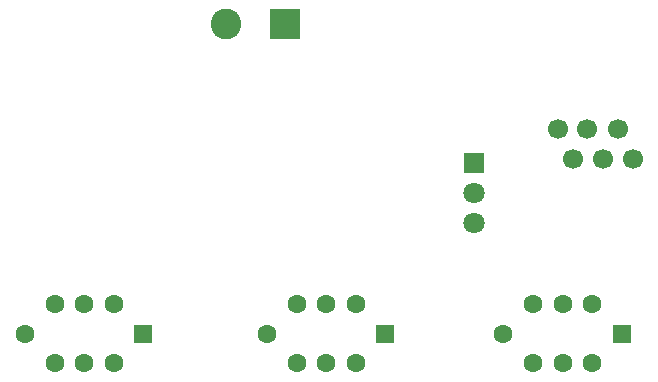
<source format=gbr>
%TF.GenerationSoftware,KiCad,Pcbnew,(5.1.9-0-10_14)*%
%TF.CreationDate,2021-07-01T16:44:21-07:00*%
%TF.ProjectId,vantroller_v5_switch,76616e74-726f-46c6-9c65-725f76355f73,rev?*%
%TF.SameCoordinates,Original*%
%TF.FileFunction,Soldermask,Bot*%
%TF.FilePolarity,Negative*%
%FSLAX46Y46*%
G04 Gerber Fmt 4.6, Leading zero omitted, Abs format (unit mm)*
G04 Created by KiCad (PCBNEW (5.1.9-0-10_14)) date 2021-07-01 16:44:21*
%MOMM*%
%LPD*%
G01*
G04 APERTURE LIST*
%ADD10C,1.800000*%
%ADD11R,1.800000X1.800000*%
%ADD12C,1.600000*%
%ADD13R,1.600000X1.600000*%
%ADD14C,1.700000*%
%ADD15C,2.600000*%
%ADD16R,2.600000X2.600000*%
G04 APERTURE END LIST*
D10*
%TO.C,U1*%
X63500000Y-123080000D03*
X63500000Y-120540000D03*
D11*
X63500000Y-118000000D03*
%TD*%
D12*
%TO.C,S3*%
X73500000Y-130000000D03*
X71000000Y-130000000D03*
X68500000Y-130000000D03*
X73500000Y-135000000D03*
X71000000Y-135000000D03*
X68500000Y-135000000D03*
D13*
X76000000Y-132500000D03*
D12*
X66000000Y-132500000D03*
%TD*%
%TO.C,S2*%
X53500000Y-130000000D03*
X51000000Y-130000000D03*
X48500000Y-130000000D03*
X53500000Y-135000000D03*
X51000000Y-135000000D03*
X48500000Y-135000000D03*
D13*
X56000000Y-132500000D03*
D12*
X46000000Y-132500000D03*
%TD*%
%TO.C,S1*%
X33000000Y-130000000D03*
X30500000Y-130000000D03*
X28000000Y-130000000D03*
X33000000Y-135000000D03*
X30500000Y-135000000D03*
X28000000Y-135000000D03*
D13*
X35500000Y-132500000D03*
D12*
X25500000Y-132500000D03*
%TD*%
D14*
%TO.C,J2*%
X76925000Y-117690000D03*
X74385000Y-117690000D03*
X71845000Y-117690000D03*
X75655000Y-115150000D03*
X73095000Y-115150000D03*
X70575000Y-115150000D03*
%TD*%
D15*
%TO.C,J1*%
X42500000Y-106250000D03*
D16*
X47500000Y-106250000D03*
%TD*%
M02*

</source>
